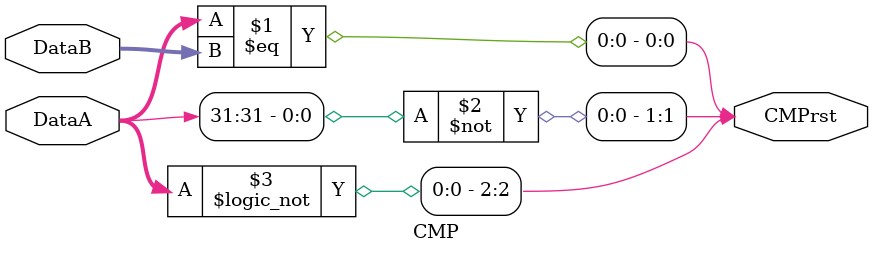
<source format=v>
`timescale 1ns / 1ps
module CMP(
    input [31:0]    DataA,
    input [31:0]    DataB,
    // output
    output [2:0]    CMPrst
    );
    
    assign CMPrst[0] = (DataA == DataB);            // ==
	assign CMPrst[1] = ~DataA[31];                  // >=0 DataA[31] == 0
	assign CMPrst[2] = (DataA == 0);                // ==0

endmodule

</source>
